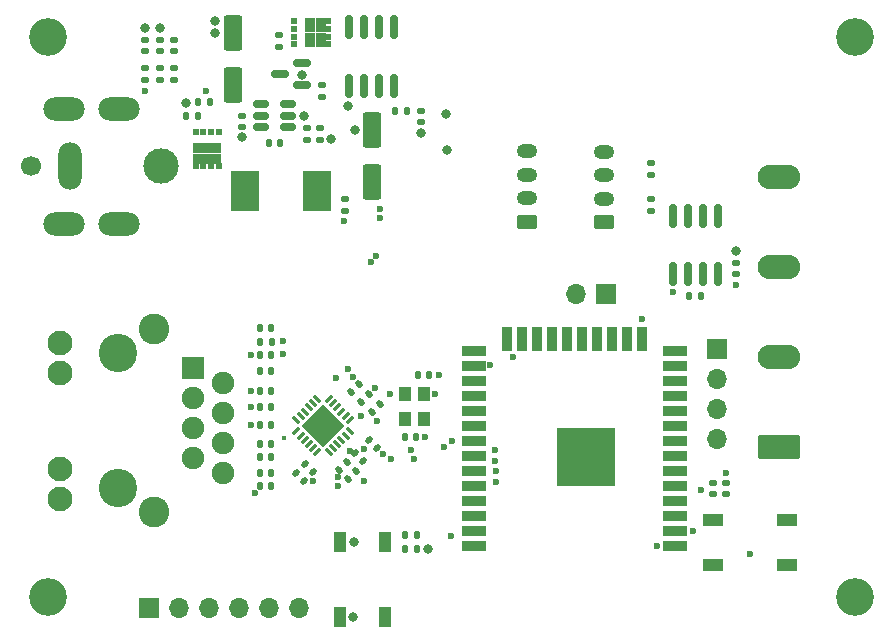
<source format=gbr>
%TF.GenerationSoftware,KiCad,Pcbnew,(6.0.4)*%
%TF.CreationDate,2022-07-19T00:25:02+02:00*%
%TF.ProjectId,Controller_Room,436f6e74-726f-46c6-9c65-725f526f6f6d,rev?*%
%TF.SameCoordinates,Original*%
%TF.FileFunction,Soldermask,Top*%
%TF.FilePolarity,Negative*%
%FSLAX46Y46*%
G04 Gerber Fmt 4.6, Leading zero omitted, Abs format (unit mm)*
G04 Created by KiCad (PCBNEW (6.0.4)) date 2022-07-19 00:25:02*
%MOMM*%
%LPD*%
G01*
G04 APERTURE LIST*
G04 Aperture macros list*
%AMRoundRect*
0 Rectangle with rounded corners*
0 $1 Rounding radius*
0 $2 $3 $4 $5 $6 $7 $8 $9 X,Y pos of 4 corners*
0 Add a 4 corners polygon primitive as box body*
4,1,4,$2,$3,$4,$5,$6,$7,$8,$9,$2,$3,0*
0 Add four circle primitives for the rounded corners*
1,1,$1+$1,$2,$3*
1,1,$1+$1,$4,$5*
1,1,$1+$1,$6,$7*
1,1,$1+$1,$8,$9*
0 Add four rect primitives between the rounded corners*
20,1,$1+$1,$2,$3,$4,$5,0*
20,1,$1+$1,$4,$5,$6,$7,0*
20,1,$1+$1,$6,$7,$8,$9,0*
20,1,$1+$1,$8,$9,$2,$3,0*%
%AMRotRect*
0 Rectangle, with rotation*
0 The origin of the aperture is its center*
0 $1 length*
0 $2 width*
0 $3 Rotation angle, in degrees counterclockwise*
0 Add horizontal line*
21,1,$1,$2,0,0,$3*%
G04 Aperture macros list end*
%ADD10C,3.250000*%
%ADD11R,1.900000X1.900000*%
%ADD12C,1.900000*%
%ADD13C,2.100000*%
%ADD14C,2.600000*%
%ADD15R,0.950000X1.230000*%
%ADD16R,0.630000X0.500000*%
%ADD17R,1.230000X0.950000*%
%ADD18R,0.500000X0.630000*%
%ADD19R,1.100000X1.300000*%
%ADD20RoundRect,0.250001X1.549999X-0.799999X1.549999X0.799999X-1.549999X0.799999X-1.549999X-0.799999X0*%
%ADD21O,3.600000X2.100000*%
%ADD22RoundRect,0.140000X-0.140000X-0.170000X0.140000X-0.170000X0.140000X0.170000X-0.140000X0.170000X0*%
%ADD23O,3.500000X2.000000*%
%ADD24O,2.000000X4.000000*%
%ADD25C,3.000000*%
%ADD26C,1.700000*%
%ADD27RoundRect,0.147500X0.147500X0.172500X-0.147500X0.172500X-0.147500X-0.172500X0.147500X-0.172500X0*%
%ADD28C,3.200000*%
%ADD29RoundRect,0.135000X-0.185000X0.135000X-0.185000X-0.135000X0.185000X-0.135000X0.185000X0.135000X0*%
%ADD30RoundRect,0.140000X0.021213X-0.219203X0.219203X-0.021213X-0.021213X0.219203X-0.219203X0.021213X0*%
%ADD31RoundRect,0.140000X-0.170000X0.140000X-0.170000X-0.140000X0.170000X-0.140000X0.170000X0.140000X0*%
%ADD32RoundRect,0.250000X0.625000X-0.350000X0.625000X0.350000X-0.625000X0.350000X-0.625000X-0.350000X0*%
%ADD33O,1.750000X1.200000*%
%ADD34RoundRect,0.135000X0.185000X-0.135000X0.185000X0.135000X-0.185000X0.135000X-0.185000X-0.135000X0*%
%ADD35RoundRect,0.140000X0.140000X0.170000X-0.140000X0.170000X-0.140000X-0.170000X0.140000X-0.170000X0*%
%ADD36RoundRect,0.250000X0.550000X-1.250000X0.550000X1.250000X-0.550000X1.250000X-0.550000X-1.250000X0*%
%ADD37R,1.700000X1.700000*%
%ADD38O,1.700000X1.700000*%
%ADD39RoundRect,0.140000X-0.021213X0.219203X-0.219203X0.021213X0.021213X-0.219203X0.219203X-0.021213X0*%
%ADD40R,1.700000X1.000000*%
%ADD41RoundRect,0.140000X-0.219203X-0.021213X-0.021213X-0.219203X0.219203X0.021213X0.021213X0.219203X0*%
%ADD42RoundRect,0.140000X0.170000X-0.140000X0.170000X0.140000X-0.170000X0.140000X-0.170000X-0.140000X0*%
%ADD43RoundRect,0.140000X0.219203X0.021213X0.021213X0.219203X-0.219203X-0.021213X-0.021213X-0.219203X0*%
%ADD44RoundRect,0.135000X0.135000X0.185000X-0.135000X0.185000X-0.135000X-0.185000X0.135000X-0.185000X0*%
%ADD45RoundRect,0.147500X-0.172500X0.147500X-0.172500X-0.147500X0.172500X-0.147500X0.172500X0.147500X0*%
%ADD46RoundRect,0.150000X0.512500X0.150000X-0.512500X0.150000X-0.512500X-0.150000X0.512500X-0.150000X0*%
%ADD47RoundRect,0.150000X-0.150000X0.825000X-0.150000X-0.825000X0.150000X-0.825000X0.150000X0.825000X0*%
%ADD48R,2.000000X0.900000*%
%ADD49R,0.900000X2.000000*%
%ADD50R,5.000000X5.000000*%
%ADD51R,2.350000X3.500000*%
%ADD52R,1.000000X1.700000*%
%ADD53RoundRect,0.150000X0.587500X0.150000X-0.587500X0.150000X-0.587500X-0.150000X0.587500X-0.150000X0*%
%ADD54RoundRect,0.062500X-0.203293X-0.291682X0.291682X0.203293X0.203293X0.291682X-0.291682X-0.203293X0*%
%ADD55RoundRect,0.062500X0.203293X-0.291682X0.291682X-0.203293X-0.203293X0.291682X-0.291682X0.203293X0*%
%ADD56RotRect,2.600000X2.600000X45.000000*%
%ADD57C,0.600000*%
%ADD58C,0.800000*%
%ADD59C,0.400000*%
G04 APERTURE END LIST*
D10*
%TO.C,J2*%
X140175000Y-119610000D03*
X140175000Y-108180000D03*
D11*
X146525000Y-109450000D03*
D12*
X149065000Y-110720000D03*
X146525000Y-111990000D03*
X149065000Y-113260000D03*
X146525000Y-114530000D03*
X149065000Y-115800000D03*
X146525000Y-117070000D03*
X149065000Y-118340000D03*
D13*
X135275000Y-107270000D03*
X135275000Y-109810000D03*
X135275000Y-117980000D03*
X135275000Y-120520000D03*
D14*
X143225000Y-121640000D03*
X143225000Y-106150000D03*
%TD*%
D15*
%TO.C,M2*%
X157360000Y-80415000D03*
D16*
X157940000Y-80055000D03*
X157940000Y-80695000D03*
D15*
X156410000Y-80415000D03*
X157360000Y-81635000D03*
D16*
X157940000Y-81355000D03*
X157940000Y-81995000D03*
D15*
X156410000Y-81635000D03*
D16*
X155060000Y-81995000D03*
X155060000Y-81355000D03*
X155060000Y-80695000D03*
X155060000Y-80055000D03*
%TD*%
D17*
%TO.C,M1*%
X148310000Y-91735000D03*
D18*
X148670000Y-92315000D03*
X148030000Y-92315000D03*
D17*
X148310000Y-90785000D03*
X147090000Y-91735000D03*
D18*
X147370000Y-92315000D03*
X146730000Y-92315000D03*
D17*
X147090000Y-90785000D03*
D18*
X146730000Y-89435000D03*
X147370000Y-89435000D03*
X148030000Y-89435000D03*
X148670000Y-89435000D03*
%TD*%
D19*
%TO.C,X1*%
X164425000Y-113725000D03*
X164425000Y-111625000D03*
X166075000Y-111625000D03*
X166075000Y-113725000D03*
%TD*%
D20*
%TO.C,J6*%
X196120500Y-116078000D03*
D21*
X196120500Y-108458000D03*
X196120500Y-100838000D03*
X196120500Y-93218000D03*
%TD*%
D22*
%TO.C,C18*%
X165570000Y-110050000D03*
X166530000Y-110050000D03*
%TD*%
D23*
%TO.C,J1*%
X135575000Y-97200000D03*
X140275000Y-97200000D03*
X140275000Y-87500000D03*
X135575000Y-87500000D03*
D24*
X136075000Y-92350000D03*
D25*
X143775000Y-92350000D03*
D26*
X132825000Y-92350000D03*
%TD*%
D22*
%TO.C,C15*%
X152195000Y-108350000D03*
X153155000Y-108350000D03*
%TD*%
D27*
%TO.C,D4*%
X146940000Y-86925000D03*
X147910000Y-86925000D03*
%TD*%
D28*
%TO.C,H1*%
X134275000Y-81425000D03*
%TD*%
D29*
%TO.C,R7*%
X185325000Y-92080001D03*
X185325000Y-93100001D03*
%TD*%
D22*
%TO.C,R21*%
X152170000Y-111375000D03*
X153130000Y-111375000D03*
%TD*%
D30*
%TO.C,C9*%
X160760589Y-112264411D03*
X161439411Y-111585589D03*
%TD*%
D31*
%TO.C,R13*%
X191675000Y-119140000D03*
X191675000Y-120100000D03*
%TD*%
D32*
%TO.C,J4*%
X174825000Y-97050000D03*
D33*
X174825000Y-95050000D03*
X174825000Y-93050000D03*
X174825000Y-91050000D03*
%TD*%
D22*
%TO.C,R26*%
X164603000Y-87630000D03*
X163643000Y-87630000D03*
%TD*%
%TO.C,C16*%
X164420001Y-115250000D03*
X165380001Y-115250000D03*
%TD*%
D31*
%TO.C,C1*%
X150650000Y-89030000D03*
X150650000Y-88070000D03*
%TD*%
D22*
%TO.C,C14*%
X152200000Y-107200000D03*
X153160000Y-107200000D03*
%TD*%
D34*
%TO.C,R8*%
X185300000Y-96135000D03*
X185300000Y-95115000D03*
%TD*%
D35*
%TO.C,R12*%
X165455000Y-123550000D03*
X164495000Y-123550000D03*
%TD*%
%TO.C,R20*%
X153155000Y-116950000D03*
X152195000Y-116950000D03*
%TD*%
D36*
%TO.C,C2*%
X149900000Y-81050000D03*
X149900000Y-85450000D03*
%TD*%
D29*
%TO.C,R10*%
X156125000Y-90085000D03*
X156125000Y-89065000D03*
%TD*%
D37*
%TO.C,J7*%
X142805000Y-129775000D03*
D38*
X145345000Y-129775000D03*
X147885000Y-129775000D03*
X150425000Y-129775000D03*
X152965000Y-129775000D03*
X155505000Y-129775000D03*
%TD*%
D34*
%TO.C,R2*%
X143675000Y-83990000D03*
X143675000Y-85010000D03*
%TD*%
D39*
%TO.C,C11*%
X159514411Y-117385589D03*
X158835589Y-118064411D03*
%TD*%
D29*
%TO.C,R6*%
X153750000Y-82285000D03*
X153750000Y-81265000D03*
%TD*%
D37*
%TO.C,J8*%
X181450000Y-103125000D03*
D38*
X178910000Y-103125000D03*
%TD*%
D40*
%TO.C,SW2*%
X190500000Y-126125000D03*
X196800000Y-126125000D03*
X190500000Y-122325000D03*
X196800000Y-122325000D03*
%TD*%
D41*
%TO.C,C13*%
X156010589Y-117585589D03*
X156689411Y-118264411D03*
%TD*%
D39*
%TO.C,R16*%
X162339411Y-112460589D03*
X161660589Y-113139411D03*
%TD*%
D34*
%TO.C,R11*%
X157275000Y-89065000D03*
X157275000Y-90085000D03*
%TD*%
D28*
%TO.C,H4*%
X202575000Y-128800000D03*
%TD*%
D32*
%TO.C,J5*%
X181300000Y-97100000D03*
D33*
X181300000Y-95100000D03*
X181300000Y-93100000D03*
X181300000Y-91100000D03*
%TD*%
D39*
%TO.C,C10*%
X160271015Y-118149264D03*
X159592193Y-118828086D03*
%TD*%
%TO.C,R18*%
X160589411Y-110760589D03*
X159910589Y-111439411D03*
%TD*%
D42*
%TO.C,C8*%
X190500000Y-120100000D03*
X190500000Y-119140000D03*
%TD*%
D43*
%TO.C,R14*%
X160914411Y-117314411D03*
X160235589Y-116635589D03*
%TD*%
D22*
%TO.C,R17*%
X152195000Y-119400000D03*
X153155000Y-119400000D03*
%TD*%
D28*
%TO.C,H3*%
X134275000Y-128800000D03*
%TD*%
D44*
%TO.C,R9*%
X189535000Y-103349999D03*
X188515000Y-103349999D03*
%TD*%
%TO.C,R4*%
X145915000Y-88050000D03*
X146935000Y-88050000D03*
%TD*%
D22*
%TO.C,C7*%
X164495001Y-124725000D03*
X165455001Y-124725000D03*
%TD*%
D45*
%TO.C,D2*%
X143675000Y-82610000D03*
X143675000Y-81640000D03*
%TD*%
D22*
%TO.C,R24*%
X152170000Y-112750000D03*
X153130000Y-112750000D03*
%TD*%
D31*
%TO.C,C5*%
X159375000Y-96105000D03*
X159375000Y-95145000D03*
%TD*%
D22*
%TO.C,R23*%
X152170000Y-114275000D03*
X153130000Y-114275000D03*
%TD*%
D46*
%TO.C,IC1*%
X152262500Y-89000000D03*
X152262500Y-88050000D03*
X152262500Y-87100000D03*
X154537500Y-87100000D03*
X154537500Y-88050000D03*
X154537500Y-89000000D03*
%TD*%
D36*
%TO.C,C6*%
X161675000Y-89250000D03*
X161675000Y-93650000D03*
%TD*%
D28*
%TO.C,H2*%
X202575000Y-81425000D03*
%TD*%
D47*
%TO.C,U3*%
X190930000Y-96525000D03*
X189660000Y-96525000D03*
X188390000Y-96525000D03*
X187120000Y-96525000D03*
X187120000Y-101475000D03*
X188390000Y-101475000D03*
X189660000Y-101475000D03*
X190930000Y-101475000D03*
%TD*%
D35*
%TO.C,R19*%
X153155000Y-118300000D03*
X152195000Y-118300000D03*
%TD*%
D43*
%TO.C,R15*%
X162089411Y-116164411D03*
X161410589Y-115485589D03*
%TD*%
D48*
%TO.C,U1*%
X187300000Y-124480000D03*
X187300000Y-123210000D03*
X187300000Y-121940000D03*
X187300000Y-120670000D03*
X187300000Y-119400000D03*
X187300000Y-118130000D03*
X187300000Y-116860000D03*
X187300000Y-115590000D03*
X187300000Y-114320000D03*
X187300000Y-113050000D03*
X187300000Y-111780000D03*
X187300000Y-110510000D03*
X187300000Y-109240000D03*
X187300000Y-107970000D03*
D49*
X184515000Y-106970000D03*
X183245000Y-106970000D03*
X181975000Y-106970000D03*
X180705000Y-106970000D03*
X179435000Y-106970000D03*
X178165000Y-106970000D03*
X176895000Y-106970000D03*
X175625000Y-106970000D03*
X174355000Y-106970000D03*
X173085000Y-106970000D03*
D48*
X170300000Y-107970000D03*
X170300000Y-109240000D03*
X170300000Y-110510000D03*
X170300000Y-111780000D03*
X170300000Y-113050000D03*
X170300000Y-114320000D03*
X170300000Y-115590000D03*
X170300000Y-116860000D03*
X170300000Y-118130000D03*
X170300000Y-119400000D03*
X170300000Y-120670000D03*
X170300000Y-121940000D03*
X170300000Y-123210000D03*
X170300000Y-124480000D03*
D50*
X179800000Y-116980000D03*
%TD*%
D34*
%TO.C,R1*%
X142450000Y-83990000D03*
X142450000Y-85010000D03*
%TD*%
%TO.C,R5*%
X157450000Y-85475000D03*
X157450000Y-86495000D03*
%TD*%
D41*
%TO.C,C12*%
X155246914Y-118342193D03*
X155925736Y-119021015D03*
%TD*%
D42*
%TO.C,C3*%
X192450000Y-101480000D03*
X192450000Y-100520000D03*
%TD*%
D51*
%TO.C,L1*%
X156975000Y-94450000D03*
X150925000Y-94450000D03*
%TD*%
D31*
%TO.C,C17*%
X165800000Y-88580000D03*
X165800000Y-87620000D03*
%TD*%
D37*
%TO.C,J10*%
X190875000Y-107850000D03*
D38*
X190875000Y-110390000D03*
X190875000Y-112930000D03*
X190875000Y-115470000D03*
%TD*%
D45*
%TO.C,D3*%
X144900000Y-82610000D03*
X144900000Y-81640000D03*
%TD*%
D47*
%TO.C,U4*%
X163488000Y-85533000D03*
X162218000Y-85533000D03*
X160948000Y-85533000D03*
X159678000Y-85533000D03*
X159678000Y-80583000D03*
X160948000Y-80583000D03*
X162218000Y-80583000D03*
X163488000Y-80583000D03*
%TD*%
D35*
%TO.C,L2*%
X153155000Y-106050000D03*
X152195000Y-106050000D03*
%TD*%
%TO.C,R25*%
X153130000Y-115825000D03*
X152170000Y-115825000D03*
%TD*%
D22*
%TO.C,R22*%
X152185000Y-109650000D03*
X153145000Y-109650000D03*
%TD*%
D35*
%TO.C,C4*%
X152920000Y-90375000D03*
X153880000Y-90375000D03*
%TD*%
D34*
%TO.C,R3*%
X144900000Y-83990000D03*
X144900000Y-85010000D03*
%TD*%
D52*
%TO.C,SW1*%
X158925000Y-124175000D03*
X158925000Y-130475000D03*
X162725000Y-130475000D03*
X162725000Y-124175000D03*
%TD*%
D45*
%TO.C,D1*%
X142450000Y-82610000D03*
X142450000Y-81640000D03*
%TD*%
D53*
%TO.C,Q1*%
X153887500Y-84525000D03*
X155762500Y-83575000D03*
X155762500Y-85475000D03*
%TD*%
D54*
%TO.C,U2*%
X155271097Y-114786136D03*
X155624651Y-115139689D03*
X155978204Y-115493243D03*
X156331757Y-115846796D03*
X156685311Y-116200349D03*
X157038864Y-116553903D03*
D55*
X158011136Y-116553903D03*
X158364689Y-116200349D03*
X158718243Y-115846796D03*
X159071796Y-115493243D03*
X159425349Y-115139689D03*
X159778903Y-114786136D03*
D54*
X159778903Y-113813864D03*
X159425349Y-113460311D03*
X159071796Y-113106757D03*
X158718243Y-112753204D03*
X158364689Y-112399651D03*
X158011136Y-112046097D03*
D55*
X157038864Y-112046097D03*
X156685311Y-112399651D03*
X156331757Y-112753204D03*
X155978204Y-113106757D03*
X155624651Y-113460311D03*
X155271097Y-113813864D03*
D56*
X157525000Y-114300000D03*
%TD*%
D57*
X167300000Y-110050000D03*
D58*
X168000000Y-91000000D03*
X167925000Y-87875000D03*
D59*
X154225000Y-115375000D03*
D57*
X151450000Y-114275000D03*
X151450000Y-108325000D03*
X151450000Y-112750000D03*
X151450000Y-111375000D03*
X172150000Y-119075000D03*
X158760294Y-119444989D03*
X172125000Y-118150000D03*
X161000000Y-119025000D03*
X172050000Y-117300000D03*
X161017628Y-116305194D03*
X159800000Y-116450000D03*
X172075000Y-116350000D03*
X163250001Y-117119017D03*
X165228143Y-117124560D03*
X168425000Y-115600000D03*
X159671714Y-109468092D03*
X160015097Y-110190097D03*
X167725000Y-116100000D03*
X162075000Y-113950000D03*
X158636230Y-110286230D03*
X160750001Y-113499999D03*
X168325000Y-123650000D03*
D58*
X142450000Y-80650000D03*
X143675000Y-80625000D03*
X165800000Y-89550000D03*
X159675000Y-87275000D03*
D57*
X157525000Y-113475000D03*
D58*
X158225000Y-90075000D03*
D57*
X158603936Y-114298500D03*
D58*
X145900000Y-87025000D03*
D57*
X187125000Y-103025000D03*
X178075000Y-118100000D03*
X156533837Y-114298500D03*
D58*
X150650000Y-89900000D03*
D57*
X184500000Y-105250000D03*
X179875000Y-116925000D03*
X189525000Y-119775000D03*
X156675000Y-118950000D03*
D58*
X192450000Y-99550000D03*
X160025000Y-130475000D03*
D57*
X166150000Y-115275000D03*
D58*
X166400000Y-124725000D03*
D57*
X161950000Y-111099500D03*
X158813256Y-118647242D03*
X159325000Y-97000000D03*
X154140573Y-108278149D03*
X181525000Y-118100000D03*
D58*
X148375000Y-81026000D03*
D57*
X181525000Y-115800000D03*
X154125000Y-107175000D03*
D58*
X155741000Y-84575500D03*
X160225000Y-89250000D03*
D57*
X193650000Y-125150000D03*
X178075000Y-115800000D03*
D58*
X160125000Y-124175000D03*
X155900000Y-88050000D03*
D57*
X167000000Y-111625000D03*
X185775000Y-124475000D03*
D58*
X148375000Y-80010000D03*
D57*
X161575000Y-100425000D03*
X188875000Y-123200000D03*
X164950000Y-116375000D03*
X192450000Y-102400000D03*
X162025000Y-99975000D03*
X162325000Y-96700000D03*
X162578023Y-116685833D03*
X191675000Y-118325000D03*
X162325000Y-96000000D03*
X163200000Y-111650000D03*
X151743003Y-120043003D03*
X173625000Y-108525000D03*
X171675001Y-109200000D03*
X147625000Y-86000000D03*
X142425000Y-85938994D03*
M02*

</source>
